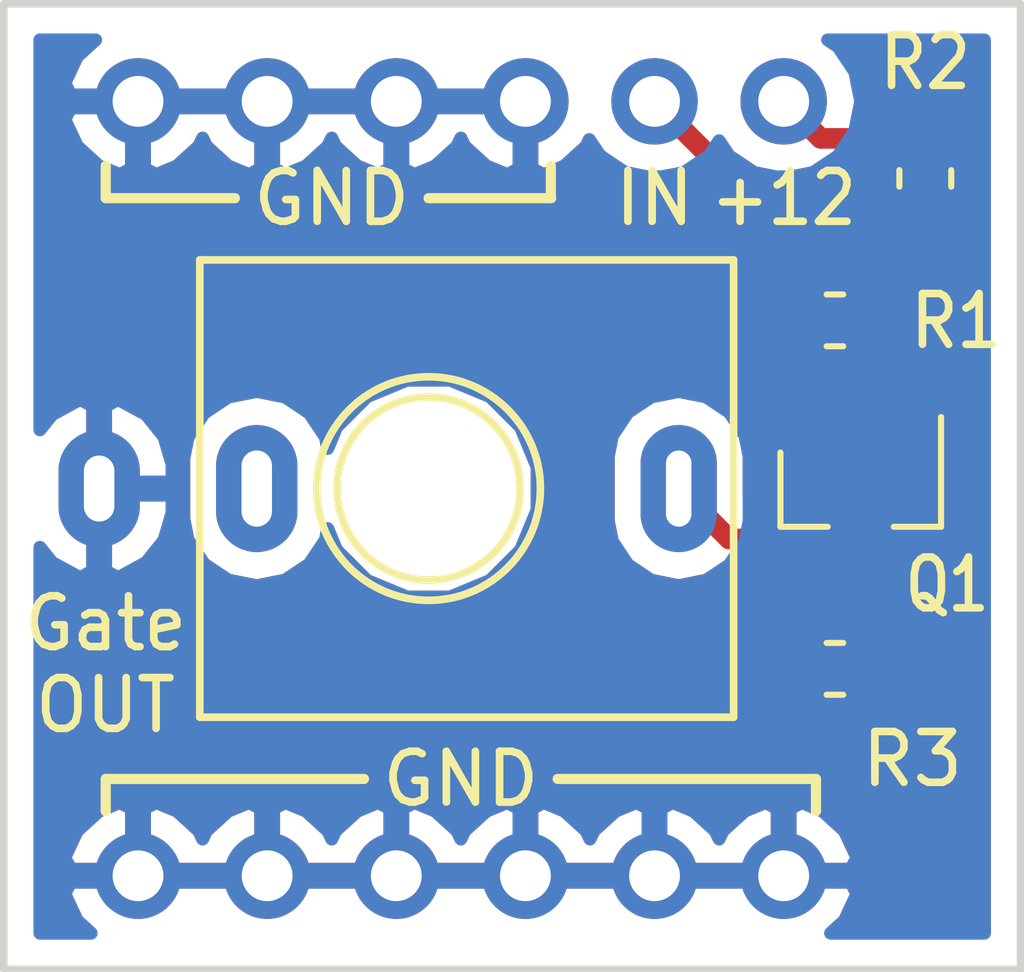
<source format=kicad_pcb>
(kicad_pcb (version 20171130) (host pcbnew "(5.0.0-3-g5ebb6b6)")

  (general
    (thickness 1.6)
    (drawings 17)
    (tracks 17)
    (zones 0)
    (modules 7)
    (nets 7)
  )

  (page A4)
  (layers
    (0 F.Cu signal)
    (31 B.Cu signal)
    (32 B.Adhes user)
    (33 F.Adhes user)
    (34 B.Paste user)
    (35 F.Paste user)
    (36 B.SilkS user)
    (37 F.SilkS user)
    (38 B.Mask user)
    (39 F.Mask user)
    (40 Dwgs.User user)
    (41 Cmts.User user)
    (42 Eco1.User user)
    (43 Eco2.User user)
    (44 Edge.Cuts user)
    (45 Margin user)
    (46 B.CrtYd user hide)
    (47 F.CrtYd user hide)
    (48 B.Fab user hide)
    (49 F.Fab user hide)
  )

  (setup
    (last_trace_width 0.1524)
    (user_trace_width 0.1524)
    (user_trace_width 0.254)
    (user_trace_width 0.4064)
    (user_trace_width 0.635)
    (trace_clearance 0.1524)
    (zone_clearance 0.508)
    (zone_45_only no)
    (trace_min 0.1524)
    (segment_width 0.2)
    (edge_width 0.15)
    (via_size 0.6858)
    (via_drill 0.3048)
    (via_min_size 0.6858)
    (via_min_drill 0.3048)
    (uvia_size 0.3048)
    (uvia_drill 0.1524)
    (uvias_allowed no)
    (uvia_min_size 0.2)
    (uvia_min_drill 0.1)
    (pcb_text_width 0.3)
    (pcb_text_size 1.5 1.5)
    (mod_edge_width 0.15)
    (mod_text_size 1 1)
    (mod_text_width 0.15)
    (pad_size 1.524 1.524)
    (pad_drill 0.762)
    (pad_to_mask_clearance 0.2)
    (aux_axis_origin 0 0)
    (visible_elements FFFFFF7F)
    (pcbplotparams
      (layerselection 0x010fc_ffffffff)
      (usegerberextensions false)
      (usegerberattributes false)
      (usegerberadvancedattributes false)
      (creategerberjobfile false)
      (excludeedgelayer true)
      (linewidth 0.100000)
      (plotframeref false)
      (viasonmask false)
      (mode 1)
      (useauxorigin false)
      (hpglpennumber 1)
      (hpglpenspeed 20)
      (hpglpendiameter 15.000000)
      (psnegative false)
      (psa4output false)
      (plotreference true)
      (plotvalue true)
      (plotinvisibletext false)
      (padsonsilk false)
      (subtractmaskfromsilk false)
      (outputformat 1)
      (mirror false)
      (drillshape 1)
      (scaleselection 1)
      (outputdirectory ""))
  )

  (net 0 "")
  (net 1 GND)
  (net 2 "Net-(J1-PadT)")
  (net 3 IN)
  (net 4 +12V)
  (net 5 "Net-(Q1-Pad1)")
  (net 6 "Net-(J1-PadTN)")

  (net_class Default "This is the default net class."
    (clearance 0.1524)
    (trace_width 0.1524)
    (via_dia 0.6858)
    (via_drill 0.3048)
    (uvia_dia 0.3048)
    (uvia_drill 0.1524)
    (diff_pair_gap 0.1524)
    (diff_pair_width 0.1524)
    (add_net +12V)
    (add_net GND)
    (add_net IN)
    (add_net "Net-(J1-PadT)")
    (add_net "Net-(J1-PadTN)")
    (add_net "Net-(Q1-Pad1)")
  )

  (module Connector_PinHeader_2.54mm:PinHeader_1x06_P2.54mm_Vertical (layer B.Cu) (tedit 5FCC134D) (tstamp 5FCAB6E1)
    (at 116.34 73.16 90)
    (descr "Through hole straight pin header, 1x06, 2.54mm pitch, single row")
    (tags "Through hole pin header THT 1x06 2.54mm single row")
    (path /5FC933AD)
    (fp_text reference J2 (at 0 2.33 90) (layer B.SilkS) hide
      (effects (font (size 1 1) (thickness 0.15)) (justify mirror))
    )
    (fp_text value GND (at 0 -15.03 90) (layer B.Fab)
      (effects (font (size 1 1) (thickness 0.15)) (justify mirror))
    )
    (fp_line (start -0.635 1.27) (end 1.27 1.27) (layer B.Fab) (width 0.1))
    (fp_line (start 1.27 1.27) (end 1.27 -13.97) (layer B.Fab) (width 0.1))
    (fp_line (start 1.27 -13.97) (end -1.27 -13.97) (layer B.Fab) (width 0.1))
    (fp_line (start -1.27 -13.97) (end -1.27 0.635) (layer B.Fab) (width 0.1))
    (fp_line (start -1.27 0.635) (end -0.635 1.27) (layer B.Fab) (width 0.1))
    (fp_line (start -1.8 1.8) (end -1.8 -14.5) (layer B.CrtYd) (width 0.05))
    (fp_line (start -1.8 -14.5) (end 1.8 -14.5) (layer B.CrtYd) (width 0.05))
    (fp_line (start 1.8 -14.5) (end 1.8 1.8) (layer B.CrtYd) (width 0.05))
    (fp_line (start 1.8 1.8) (end -1.8 1.8) (layer B.CrtYd) (width 0.05))
    (fp_text user %R (at 0 -6.35) (layer B.Fab)
      (effects (font (size 1 1) (thickness 0.15)) (justify mirror))
    )
    (pad 1 thru_hole oval (at 0 0 90) (size 1.7 1.7) (drill 1) (layers *.Cu *.Mask)
      (net 1 GND))
    (pad 2 thru_hole oval (at 0 -2.54 90) (size 1.7 1.7) (drill 1) (layers *.Cu *.Mask)
      (net 1 GND))
    (pad 3 thru_hole oval (at 0 -5.08 90) (size 1.7 1.7) (drill 1) (layers *.Cu *.Mask)
      (net 1 GND))
    (pad 4 thru_hole oval (at 0 -7.62 90) (size 1.7 1.7) (drill 1) (layers *.Cu *.Mask)
      (net 1 GND))
    (pad 5 thru_hole oval (at 0 -10.16 90) (size 1.7 1.7) (drill 1) (layers *.Cu *.Mask)
      (net 1 GND))
    (pad 6 thru_hole oval (at 0 -12.7 90) (size 1.7 1.7) (drill 1) (layers *.Cu *.Mask)
      (net 1 GND))
    (model ${KISYS3DMOD}/Connector_PinHeader_2.54mm.3dshapes/PinHeader_1x06_P2.54mm_Vertical.wrl
      (at (xyz 0 0 0))
      (scale (xyz 1 1 1))
      (rotate (xyz 0 0 0))
    )
  )

  (module Connector_PinHeader_2.54mm:PinHeader_1x06_P2.54mm_Vertical (layer B.Cu) (tedit 5FCC1326) (tstamp 5FCAB6FA)
    (at 116.34 57.92 90)
    (descr "Through hole straight pin header, 1x06, 2.54mm pitch, single row")
    (tags "Through hole pin header THT 1x06 2.54mm single row")
    (path /5FCAF962)
    (fp_text reference J3 (at 0 2.33 90) (layer B.SilkS) hide
      (effects (font (size 1 1) (thickness 0.15)) (justify mirror))
    )
    (fp_text value IN (at 0 -15.03 90) (layer B.Fab)
      (effects (font (size 1 1) (thickness 0.15)) (justify mirror))
    )
    (fp_text user %R (at 0 -6.35) (layer B.Fab)
      (effects (font (size 1 1) (thickness 0.15)) (justify mirror))
    )
    (fp_line (start 1.8 1.8) (end -1.8 1.8) (layer B.CrtYd) (width 0.05))
    (fp_line (start 1.8 -14.5) (end 1.8 1.8) (layer B.CrtYd) (width 0.05))
    (fp_line (start -1.8 -14.5) (end 1.8 -14.5) (layer B.CrtYd) (width 0.05))
    (fp_line (start -1.8 1.8) (end -1.8 -14.5) (layer B.CrtYd) (width 0.05))
    (fp_line (start -1.27 0.635) (end -0.635 1.27) (layer B.Fab) (width 0.1))
    (fp_line (start -1.27 -13.97) (end -1.27 0.635) (layer B.Fab) (width 0.1))
    (fp_line (start 1.27 -13.97) (end -1.27 -13.97) (layer B.Fab) (width 0.1))
    (fp_line (start 1.27 1.27) (end 1.27 -13.97) (layer B.Fab) (width 0.1))
    (fp_line (start -0.635 1.27) (end 1.27 1.27) (layer B.Fab) (width 0.1))
    (pad 6 thru_hole oval (at 0 -12.7 90) (size 1.7 1.7) (drill 1) (layers *.Cu *.Mask)
      (net 1 GND))
    (pad 5 thru_hole oval (at 0 -10.16 90) (size 1.7 1.7) (drill 1) (layers *.Cu *.Mask)
      (net 1 GND))
    (pad 4 thru_hole oval (at 0 -7.62 90) (size 1.7 1.7) (drill 1) (layers *.Cu *.Mask)
      (net 1 GND))
    (pad 3 thru_hole oval (at 0 -5.08 90) (size 1.7 1.7) (drill 1) (layers *.Cu *.Mask)
      (net 1 GND))
    (pad 2 thru_hole oval (at 0 -2.54 90) (size 1.7 1.7) (drill 1) (layers *.Cu *.Mask)
      (net 3 IN))
    (pad 1 thru_hole oval (at 0 0 90) (size 1.7 1.7) (drill 1) (layers *.Cu *.Mask)
      (net 4 +12V))
    (model ${KISYS3DMOD}/Connector_PinHeader_2.54mm.3dshapes/PinHeader_1x06_P2.54mm_Vertical.wrl
      (at (xyz 0 0 0))
      (scale (xyz 1 1 1))
      (rotate (xyz 0 0 0))
    )
  )

  (module Connector_Thonk:ThonkiconnJack (layer F.Cu) (tedit 5FC94102) (tstamp 5FCA18D8)
    (at 109.355 65.54 270)
    (path /5FC82E98)
    (fp_text reference J1 (at 0 -7.5 270) (layer F.SilkS) hide
      (effects (font (size 1 1) (thickness 0.15)))
    )
    (fp_text value OUT (at 0 9.3 270) (layer F.Fab)
      (effects (font (size 1 1) (thickness 0.15)))
    )
    (fp_circle (center 0 0) (end 2.2 0) (layer F.SilkS) (width 0.15))
    (fp_line (start -4.5 4.5) (end 4.5 4.5) (layer F.SilkS) (width 0.15))
    (fp_line (start 4.5 -6) (end 4.5 4.5) (layer F.SilkS) (width 0.15))
    (fp_line (start -4.5 -6) (end -4.5 4.5) (layer F.SilkS) (width 0.15))
    (fp_line (start -4.5 -6) (end 4.5 -6) (layer F.SilkS) (width 0.15))
    (fp_circle (center 0 0) (end 1.8 0) (layer F.SilkS) (width 0.15))
    (pad S thru_hole oval (at 0 6.48 270) (size 2.3 1.6) (drill oval 1.3 0.6) (layers *.Cu *.Mask)
      (net 1 GND))
    (pad TN thru_hole oval (at 0 3.38 270) (size 2.5 1.6) (drill oval 1.5 0.6) (layers *.Cu *.Mask)
      (net 6 "Net-(J1-PadTN)"))
    (pad T thru_hole oval (at 0 -4.92 270) (size 2.5 1.5) (drill oval 1.5 0.5) (layers *.Cu *.Mask)
      (net 2 "Net-(J1-PadT)"))
    (pad "" np_thru_hole circle (at 0 0 270) (size 3 3) (drill 3) (layers *.Cu *.Mask))
  )

  (module Resistor_SMD:R_0603_1608Metric (layer F.Cu) (tedit 5FCAA611) (tstamp 5FCAC3A3)
    (at 117.348 62.23 180)
    (descr "Resistor SMD 0603 (1608 Metric), square (rectangular) end terminal, IPC_7351 nominal, (Body size source: http://www.tortai-tech.com/upload/download/2011102023233369053.pdf), generated with kicad-footprint-generator")
    (tags resistor)
    (path /5FD295C4)
    (attr smd)
    (fp_text reference R1 (at -2.386 -0.016) (layer F.SilkS)
      (effects (font (size 1 0.9) (thickness 0.15)))
    )
    (fp_text value 10k (at 0 1.43 180) (layer F.Fab)
      (effects (font (size 1 1) (thickness 0.15)))
    )
    (fp_line (start -0.8 0.4) (end -0.8 -0.4) (layer F.Fab) (width 0.1))
    (fp_line (start -0.8 -0.4) (end 0.8 -0.4) (layer F.Fab) (width 0.1))
    (fp_line (start 0.8 -0.4) (end 0.8 0.4) (layer F.Fab) (width 0.1))
    (fp_line (start 0.8 0.4) (end -0.8 0.4) (layer F.Fab) (width 0.1))
    (fp_line (start -0.162779 -0.51) (end 0.162779 -0.51) (layer F.SilkS) (width 0.12))
    (fp_line (start -0.162779 0.51) (end 0.162779 0.51) (layer F.SilkS) (width 0.12))
    (fp_line (start -1.48 0.73) (end -1.48 -0.73) (layer F.CrtYd) (width 0.05))
    (fp_line (start -1.48 -0.73) (end 1.48 -0.73) (layer F.CrtYd) (width 0.05))
    (fp_line (start 1.48 -0.73) (end 1.48 0.73) (layer F.CrtYd) (width 0.05))
    (fp_line (start 1.48 0.73) (end -1.48 0.73) (layer F.CrtYd) (width 0.05))
    (fp_text user %R (at 0 0 180) (layer F.Fab)
      (effects (font (size 0.4 0.4) (thickness 0.06)))
    )
    (pad 1 smd roundrect (at -0.7875 0 180) (size 0.875 0.95) (layers F.Cu F.Paste F.Mask) (roundrect_rratio 0.25)
      (net 5 "Net-(Q1-Pad1)"))
    (pad 2 smd roundrect (at 0.7875 0 180) (size 0.875 0.95) (layers F.Cu F.Paste F.Mask) (roundrect_rratio 0.25)
      (net 3 IN))
    (model ${KISYS3DMOD}/Resistor_SMD.3dshapes/R_0603_1608Metric.wrl
      (at (xyz 0 0 0))
      (scale (xyz 1 1 1))
      (rotate (xyz 0 0 0))
    )
  )

  (module Resistor_SMD:R_0603_1608Metric (layer F.Cu) (tedit 5FCAA619) (tstamp 5FCAC373)
    (at 119.126 59.436 270)
    (descr "Resistor SMD 0603 (1608 Metric), square (rectangular) end terminal, IPC_7351 nominal, (Body size source: http://www.tortai-tech.com/upload/download/2011102023233369053.pdf), generated with kicad-footprint-generator")
    (tags resistor)
    (path /5FC9316D)
    (attr smd)
    (fp_text reference R2 (at -2.286 0) (layer F.SilkS)
      (effects (font (size 1 0.9) (thickness 0.15)))
    )
    (fp_text value 4.7k (at 0 1.43 270) (layer F.Fab)
      (effects (font (size 1 1) (thickness 0.15)))
    )
    (fp_text user %R (at 0 0 270) (layer F.Fab)
      (effects (font (size 0.4 0.4) (thickness 0.06)))
    )
    (fp_line (start 1.48 0.73) (end -1.48 0.73) (layer F.CrtYd) (width 0.05))
    (fp_line (start 1.48 -0.73) (end 1.48 0.73) (layer F.CrtYd) (width 0.05))
    (fp_line (start -1.48 -0.73) (end 1.48 -0.73) (layer F.CrtYd) (width 0.05))
    (fp_line (start -1.48 0.73) (end -1.48 -0.73) (layer F.CrtYd) (width 0.05))
    (fp_line (start -0.162779 0.51) (end 0.162779 0.51) (layer F.SilkS) (width 0.12))
    (fp_line (start -0.162779 -0.51) (end 0.162779 -0.51) (layer F.SilkS) (width 0.12))
    (fp_line (start 0.8 0.4) (end -0.8 0.4) (layer F.Fab) (width 0.1))
    (fp_line (start 0.8 -0.4) (end 0.8 0.4) (layer F.Fab) (width 0.1))
    (fp_line (start -0.8 -0.4) (end 0.8 -0.4) (layer F.Fab) (width 0.1))
    (fp_line (start -0.8 0.4) (end -0.8 -0.4) (layer F.Fab) (width 0.1))
    (pad 2 smd roundrect (at 0.7875 0 270) (size 0.875 0.95) (layers F.Cu F.Paste F.Mask) (roundrect_rratio 0.25)
      (net 2 "Net-(J1-PadT)"))
    (pad 1 smd roundrect (at -0.7875 0 270) (size 0.875 0.95) (layers F.Cu F.Paste F.Mask) (roundrect_rratio 0.25)
      (net 4 +12V))
    (model ${KISYS3DMOD}/Resistor_SMD.3dshapes/R_0603_1608Metric.wrl
      (at (xyz 0 0 0))
      (scale (xyz 1 1 1))
      (rotate (xyz 0 0 0))
    )
  )

  (module Resistor_SMD:R_0603_1608Metric (layer F.Cu) (tedit 5B301BBD) (tstamp 5FCA2587)
    (at 117.348 69.088 180)
    (descr "Resistor SMD 0603 (1608 Metric), square (rectangular) end terminal, IPC_7351 nominal, (Body size source: http://www.tortai-tech.com/upload/download/2011102023233369053.pdf), generated with kicad-footprint-generator")
    (tags resistor)
    (path /5FD29F91)
    (attr smd)
    (fp_text reference R3 (at -1.524 -1.778) (layer F.SilkS)
      (effects (font (size 1 1) (thickness 0.15)))
    )
    (fp_text value 3.3k (at 0 1.43 180) (layer F.Fab)
      (effects (font (size 1 1) (thickness 0.15)))
    )
    (fp_line (start -0.8 0.4) (end -0.8 -0.4) (layer F.Fab) (width 0.1))
    (fp_line (start -0.8 -0.4) (end 0.8 -0.4) (layer F.Fab) (width 0.1))
    (fp_line (start 0.8 -0.4) (end 0.8 0.4) (layer F.Fab) (width 0.1))
    (fp_line (start 0.8 0.4) (end -0.8 0.4) (layer F.Fab) (width 0.1))
    (fp_line (start -0.162779 -0.51) (end 0.162779 -0.51) (layer F.SilkS) (width 0.12))
    (fp_line (start -0.162779 0.51) (end 0.162779 0.51) (layer F.SilkS) (width 0.12))
    (fp_line (start -1.48 0.73) (end -1.48 -0.73) (layer F.CrtYd) (width 0.05))
    (fp_line (start -1.48 -0.73) (end 1.48 -0.73) (layer F.CrtYd) (width 0.05))
    (fp_line (start 1.48 -0.73) (end 1.48 0.73) (layer F.CrtYd) (width 0.05))
    (fp_line (start 1.48 0.73) (end -1.48 0.73) (layer F.CrtYd) (width 0.05))
    (fp_text user %R (at 0 0 180) (layer F.Fab)
      (effects (font (size 0.4 0.4) (thickness 0.06)))
    )
    (pad 1 smd roundrect (at -0.7875 0 180) (size 0.875 0.95) (layers F.Cu F.Paste F.Mask) (roundrect_rratio 0.25)
      (net 2 "Net-(J1-PadT)"))
    (pad 2 smd roundrect (at 0.7875 0 180) (size 0.875 0.95) (layers F.Cu F.Paste F.Mask) (roundrect_rratio 0.25)
      (net 1 GND))
    (model ${KISYS3DMOD}/Resistor_SMD.3dshapes/R_0603_1608Metric.wrl
      (at (xyz 0 0 0))
      (scale (xyz 1 1 1))
      (rotate (xyz 0 0 0))
    )
  )

  (module Package_TO_SOT_SMD:SOT-23 (layer F.Cu) (tedit 5FCAA61D) (tstamp 5FCAC558)
    (at 117.856 65.532 270)
    (descr "SOT-23, Standard")
    (tags SOT-23)
    (path /5FCAD2ED)
    (attr smd)
    (fp_text reference Q1 (at 1.9 -1.7) (layer F.SilkS)
      (effects (font (size 1 0.8) (thickness 0.15)))
    )
    (fp_text value MMBT3904 (at 0 2.5 270) (layer F.Fab)
      (effects (font (size 1 1) (thickness 0.15)))
    )
    (fp_text user %R (at 0 0) (layer F.Fab)
      (effects (font (size 0.5 0.5) (thickness 0.075)))
    )
    (fp_line (start -0.7 -0.95) (end -0.7 1.5) (layer F.Fab) (width 0.1))
    (fp_line (start -0.15 -1.52) (end 0.7 -1.52) (layer F.Fab) (width 0.1))
    (fp_line (start -0.7 -0.95) (end -0.15 -1.52) (layer F.Fab) (width 0.1))
    (fp_line (start 0.7 -1.52) (end 0.7 1.52) (layer F.Fab) (width 0.1))
    (fp_line (start -0.7 1.52) (end 0.7 1.52) (layer F.Fab) (width 0.1))
    (fp_line (start 0.76 1.58) (end 0.76 0.65) (layer F.SilkS) (width 0.12))
    (fp_line (start 0.76 -1.58) (end 0.76 -0.65) (layer F.SilkS) (width 0.12))
    (fp_line (start -1.7 -1.75) (end 1.7 -1.75) (layer F.CrtYd) (width 0.05))
    (fp_line (start 1.7 -1.75) (end 1.7 1.75) (layer F.CrtYd) (width 0.05))
    (fp_line (start 1.7 1.75) (end -1.7 1.75) (layer F.CrtYd) (width 0.05))
    (fp_line (start -1.7 1.75) (end -1.7 -1.75) (layer F.CrtYd) (width 0.05))
    (fp_line (start 0.76 -1.58) (end -1.4 -1.58) (layer F.SilkS) (width 0.12))
    (fp_line (start 0.76 1.58) (end -0.7 1.58) (layer F.SilkS) (width 0.12))
    (pad 1 smd rect (at -1 -0.95 270) (size 0.9 0.8) (layers F.Cu F.Paste F.Mask)
      (net 5 "Net-(Q1-Pad1)"))
    (pad 2 smd rect (at -1 0.95 270) (size 0.9 0.8) (layers F.Cu F.Paste F.Mask)
      (net 1 GND))
    (pad 3 smd rect (at 1 0 270) (size 0.9 0.8) (layers F.Cu F.Paste F.Mask)
      (net 2 "Net-(J1-PadT)"))
    (model ${KISYS3DMOD}/Package_TO_SOT_SMD.3dshapes/SOT-23.wrl
      (at (xyz 0 0 0))
      (scale (xyz 1 1 1))
      (rotate (xyz 0 0 0))
    )
  )

  (gr_text +12 (at 116.34 59.825) (layer F.SilkS) (tstamp 5FD294A4)
    (effects (font (size 1 0.9) (thickness 0.15)))
  )
  (gr_line (start 111.76 59.825) (end 111.76 59.19) (layer F.SilkS) (width 0.2))
  (gr_line (start 109.355 59.825) (end 111.768 59.825) (layer F.SilkS) (width 0.2))
  (gr_text "Gate\nOUT" (at 103 69) (layer F.SilkS) (tstamp 5FC9695F)
    (effects (font (size 1 0.95) (thickness 0.15)))
  )
  (gr_line (start 101 56) (end 101 75) (layer Edge.Cuts) (width 0.15))
  (gr_line (start 121 56) (end 101 56) (layer Edge.Cuts) (width 0.15))
  (gr_line (start 121 75) (end 121 56) (layer Edge.Cuts) (width 0.15))
  (gr_line (start 101 75) (end 121 75) (layer Edge.Cuts) (width 0.15))
  (gr_line (start 116.975 71.255) (end 116.975 71.89) (layer F.SilkS) (width 0.2))
  (gr_line (start 111.895 71.255) (end 116.975 71.255) (layer F.SilkS) (width 0.2))
  (gr_line (start 103.005 71.255) (end 108.085 71.255) (layer F.SilkS) (width 0.2))
  (gr_line (start 103.005 71.89) (end 103.005 71.255) (layer F.SilkS) (width 0.2))
  (gr_text GND (at 109.99 71.255) (layer F.SilkS) (tstamp 5FCA3176)
    (effects (font (size 1 1) (thickness 0.15)))
  )
  (gr_line (start 103.005 59.825) (end 105.545 59.825) (layer F.SilkS) (width 0.2))
  (gr_line (start 103.005 59.19) (end 103.005 59.825) (layer F.SilkS) (width 0.2))
  (gr_text GND (at 107.45 59.825) (layer F.SilkS) (tstamp 5FCA316C)
    (effects (font (size 1 1) (thickness 0.15)))
  )
  (gr_text IN (at 113.8 59.825) (layer F.SilkS)
    (effects (font (size 1 1) (thickness 0.15)))
  )

  (segment (start 115.267 66.532) (end 114.275 65.54) (width 0.4064) (layer F.Cu) (net 2))
  (segment (start 117.856 66.532) (end 115.267 66.532) (width 0.4064) (layer F.Cu) (net 2))
  (segment (start 118.597112 68.626388) (end 118.1355 69.088) (width 0.4064) (layer F.Cu) (net 2))
  (segment (start 120.04 67.1835) (end 118.597112 68.626388) (width 0.4064) (layer F.Cu) (net 2))
  (segment (start 119.126 60.761) (end 120.04 61.675) (width 0.4064) (layer F.Cu) (net 2))
  (segment (start 120.04 61.675) (end 120.04 67.1835) (width 0.4064) (layer F.Cu) (net 2))
  (segment (start 119.126 60.2235) (end 119.126 60.761) (width 0.4064) (layer F.Cu) (net 2))
  (segment (start 118.03 68.9825) (end 118.1355 69.088) (width 0.4064) (layer F.Cu) (net 2))
  (segment (start 118.03 66.706) (end 118.03 68.9825) (width 0.4064) (layer F.Cu) (net 2))
  (segment (start 117.856 66.532) (end 118.03 66.706) (width 0.4064) (layer F.Cu) (net 2))
  (segment (start 116.5605 60.6805) (end 113.8 57.92) (width 0.4064) (layer F.Cu) (net 3))
  (segment (start 116.5605 62.23) (end 116.5605 60.6805) (width 0.4064) (layer F.Cu) (net 3))
  (segment (start 117.0685 58.6485) (end 116.34 57.92) (width 0.4064) (layer F.Cu) (net 4))
  (segment (start 119.126 58.6485) (end 117.0685 58.6485) (width 0.4064) (layer F.Cu) (net 4))
  (segment (start 118.618 62.7125) (end 118.618 64.344) (width 0.4064) (layer F.Cu) (net 5))
  (segment (start 118.618 64.344) (end 118.806 64.532) (width 0.4064) (layer F.Cu) (net 5))
  (segment (start 118.1355 62.23) (end 118.618 62.7125) (width 0.4064) (layer F.Cu) (net 5))

  (zone (net 1) (net_name GND) (layer F.Cu) (tstamp 0) (hatch edge 0.508)
    (connect_pads (clearance 0.508))
    (min_thickness 0.254)
    (fill yes (arc_segments 16) (thermal_gap 0.508) (thermal_bridge_width 0.508))
    (polygon
      (pts
        (xy 101 56) (xy 121 56) (xy 121 75) (xy 101 75)
      )
    )
    (filled_polygon
      (pts
        (xy 102.444817 57.038642) (xy 102.198514 57.563108) (xy 102.319181 57.793) (xy 103.513 57.793) (xy 103.513 57.773)
        (xy 103.767 57.773) (xy 103.767 57.793) (xy 106.053 57.793) (xy 106.053 57.773) (xy 106.307 57.773)
        (xy 106.307 57.793) (xy 108.593 57.793) (xy 108.593 57.773) (xy 108.847 57.773) (xy 108.847 57.793)
        (xy 111.133 57.793) (xy 111.133 57.773) (xy 111.387 57.773) (xy 111.387 57.793) (xy 111.407 57.793)
        (xy 111.407 58.047) (xy 111.387 58.047) (xy 111.387 59.240155) (xy 111.61689 59.361476) (xy 112.026924 59.191645)
        (xy 112.455183 58.801358) (xy 112.516157 58.671522) (xy 112.729375 58.990625) (xy 113.220582 59.318839) (xy 113.653744 59.405)
        (xy 113.946256 59.405) (xy 114.074164 59.379558) (xy 115.722301 61.027695) (xy 115.722301 61.371678) (xy 115.541495 61.642273)
        (xy 115.47556 61.97375) (xy 115.47556 62.48625) (xy 115.541495 62.817727) (xy 115.729261 63.098739) (xy 116.010273 63.286505)
        (xy 116.34175 63.35244) (xy 116.77925 63.35244) (xy 117.110727 63.286505) (xy 117.348 63.127964) (xy 117.585273 63.286505)
        (xy 117.7798 63.325199) (xy 117.779801 63.657775) (xy 117.665699 63.543673) (xy 117.43231 63.447) (xy 117.19175 63.447)
        (xy 117.033 63.60575) (xy 117.033 64.405) (xy 117.053 64.405) (xy 117.053 64.659) (xy 117.033 64.659)
        (xy 117.033 65.45825) (xy 117.118531 65.543781) (xy 116.998191 65.624191) (xy 116.951679 65.6938) (xy 115.66 65.6938)
        (xy 115.66 64.903593) (xy 115.642925 64.81775) (xy 115.871 64.81775) (xy 115.871 65.108309) (xy 115.967673 65.341698)
        (xy 116.146301 65.520327) (xy 116.37969 65.617) (xy 116.62025 65.617) (xy 116.779 65.45825) (xy 116.779 64.659)
        (xy 116.02975 64.659) (xy 115.871 64.81775) (xy 115.642925 64.81775) (xy 115.579641 64.4996) (xy 115.273529 64.041471)
        (xy 115.145151 63.955691) (xy 115.871 63.955691) (xy 115.871 64.24625) (xy 116.02975 64.405) (xy 116.779 64.405)
        (xy 116.779 63.60575) (xy 116.62025 63.447) (xy 116.37969 63.447) (xy 116.146301 63.543673) (xy 115.967673 63.722302)
        (xy 115.871 63.955691) (xy 115.145151 63.955691) (xy 114.8154 63.735359) (xy 114.275 63.627867) (xy 113.734601 63.735359)
        (xy 113.276472 64.041471) (xy 112.970359 64.4996) (xy 112.89 64.903593) (xy 112.89 66.176406) (xy 112.970359 66.580399)
        (xy 113.276471 67.038528) (xy 113.7346 67.344641) (xy 114.275 67.452133) (xy 114.815399 67.344641) (xy 114.894941 67.291492)
        (xy 114.939951 67.321567) (xy 115.184446 67.3702) (xy 115.184451 67.3702) (xy 115.267 67.38662) (xy 115.349549 67.3702)
        (xy 116.951679 67.3702) (xy 116.998191 67.439809) (xy 117.1918 67.569176) (xy 117.191801 68.005956) (xy 117.124309 67.978)
        (xy 116.84625 67.978) (xy 116.6875 68.13675) (xy 116.6875 68.961) (xy 116.7075 68.961) (xy 116.7075 69.215)
        (xy 116.6875 69.215) (xy 116.6875 70.03925) (xy 116.84625 70.198) (xy 117.124309 70.198) (xy 117.357698 70.101327)
        (xy 117.422969 70.036057) (xy 117.585273 70.144505) (xy 117.91675 70.21044) (xy 118.35425 70.21044) (xy 118.685727 70.144505)
        (xy 118.966739 69.956739) (xy 119.154505 69.675727) (xy 119.22044 69.34425) (xy 119.22044 69.188453) (xy 120.29 68.118893)
        (xy 120.29 74.29) (xy 117.26235 74.29) (xy 117.535183 74.041358) (xy 117.781486 73.516892) (xy 117.660819 73.287)
        (xy 116.467 73.287) (xy 116.467 73.307) (xy 116.213 73.307) (xy 116.213 73.287) (xy 113.927 73.287)
        (xy 113.927 73.307) (xy 113.673 73.307) (xy 113.673 73.287) (xy 111.387 73.287) (xy 111.387 73.307)
        (xy 111.133 73.307) (xy 111.133 73.287) (xy 108.847 73.287) (xy 108.847 73.307) (xy 108.593 73.307)
        (xy 108.593 73.287) (xy 106.307 73.287) (xy 106.307 73.307) (xy 106.053 73.307) (xy 106.053 73.287)
        (xy 103.767 73.287) (xy 103.767 73.307) (xy 103.513 73.307) (xy 103.513 73.287) (xy 102.319181 73.287)
        (xy 102.198514 73.516892) (xy 102.444817 74.041358) (xy 102.71765 74.29) (xy 101.71 74.29) (xy 101.71 72.803108)
        (xy 102.198514 72.803108) (xy 102.319181 73.033) (xy 103.513 73.033) (xy 103.513 71.839845) (xy 103.767 71.839845)
        (xy 103.767 73.033) (xy 106.053 73.033) (xy 106.053 71.839845) (xy 106.307 71.839845) (xy 106.307 73.033)
        (xy 108.593 73.033) (xy 108.593 71.839845) (xy 108.847 71.839845) (xy 108.847 73.033) (xy 111.133 73.033)
        (xy 111.133 71.839845) (xy 111.387 71.839845) (xy 111.387 73.033) (xy 113.673 73.033) (xy 113.673 71.839845)
        (xy 113.927 71.839845) (xy 113.927 73.033) (xy 116.213 73.033) (xy 116.213 71.839845) (xy 116.467 71.839845)
        (xy 116.467 73.033) (xy 117.660819 73.033) (xy 117.781486 72.803108) (xy 117.535183 72.278642) (xy 117.106924 71.888355)
        (xy 116.69689 71.718524) (xy 116.467 71.839845) (xy 116.213 71.839845) (xy 115.98311 71.718524) (xy 115.573076 71.888355)
        (xy 115.144817 72.278642) (xy 115.07 72.437954) (xy 114.995183 72.278642) (xy 114.566924 71.888355) (xy 114.15689 71.718524)
        (xy 113.927 71.839845) (xy 113.673 71.839845) (xy 113.44311 71.718524) (xy 113.033076 71.888355) (xy 112.604817 72.278642)
        (xy 112.53 72.437954) (xy 112.455183 72.278642) (xy 112.026924 71.888355) (xy 111.61689 71.718524) (xy 111.387 71.839845)
        (xy 111.133 71.839845) (xy 110.90311 71.718524) (xy 110.493076 71.888355) (xy 110.064817 72.278642) (xy 109.99 72.437954)
        (xy 109.915183 72.278642) (xy 109.486924 71.888355) (xy 109.07689 71.718524) (xy 108.847 71.839845) (xy 108.593 71.839845)
        (xy 108.36311 71.718524) (xy 107.953076 71.888355) (xy 107.524817 72.278642) (xy 107.45 72.437954) (xy 107.375183 72.278642)
        (xy 106.946924 71.888355) (xy 106.53689 71.718524) (xy 106.307 71.839845) (xy 106.053 71.839845) (xy 105.82311 71.718524)
        (xy 105.413076 71.888355) (xy 104.984817 72.278642) (xy 104.91 72.437954) (xy 104.835183 72.278642) (xy 104.406924 71.888355)
        (xy 103.99689 71.718524) (xy 103.767 71.839845) (xy 103.513 71.839845) (xy 103.28311 71.718524) (xy 102.873076 71.888355)
        (xy 102.444817 72.278642) (xy 102.198514 72.803108) (xy 101.71 72.803108) (xy 101.71 69.37375) (xy 115.488 69.37375)
        (xy 115.488 69.68931) (xy 115.584673 69.922699) (xy 115.763302 70.101327) (xy 115.996691 70.198) (xy 116.27475 70.198)
        (xy 116.4335 70.03925) (xy 116.4335 69.215) (xy 115.64675 69.215) (xy 115.488 69.37375) (xy 101.71 69.37375)
        (xy 101.71 68.48669) (xy 115.488 68.48669) (xy 115.488 68.80225) (xy 115.64675 68.961) (xy 116.4335 68.961)
        (xy 116.4335 68.13675) (xy 116.27475 67.978) (xy 115.996691 67.978) (xy 115.763302 68.074673) (xy 115.584673 68.253301)
        (xy 115.488 68.48669) (xy 101.71 68.48669) (xy 101.71 66.695952) (xy 101.950104 66.9945) (xy 102.443181 67.264367)
        (xy 102.525961 67.281904) (xy 102.748 67.159915) (xy 102.748 65.667) (xy 103.002 65.667) (xy 103.002 67.159915)
        (xy 103.224039 67.281904) (xy 103.306819 67.264367) (xy 103.799896 66.9945) (xy 104.152166 66.556483) (xy 104.31 66.017)
        (xy 104.31 65.667) (xy 103.002 65.667) (xy 102.748 65.667) (xy 102.728 65.667) (xy 102.728 65.413)
        (xy 102.748 65.413) (xy 102.748 63.920085) (xy 103.002 63.920085) (xy 103.002 65.413) (xy 104.31 65.413)
        (xy 104.31 65.063) (xy 104.276551 64.948667) (xy 104.54 64.948667) (xy 104.54 66.131332) (xy 104.62326 66.549908)
        (xy 104.940423 67.024576) (xy 105.415091 67.34174) (xy 105.975 67.453113) (xy 106.534908 67.34174) (xy 107.009576 67.024577)
        (xy 107.32674 66.549909) (xy 107.370755 66.328632) (xy 107.545034 66.74938) (xy 108.14562 67.349966) (xy 108.930322 67.675)
        (xy 109.779678 67.675) (xy 110.56438 67.349966) (xy 111.164966 66.74938) (xy 111.49 65.964678) (xy 111.49 65.115322)
        (xy 111.164966 64.33062) (xy 110.56438 63.730034) (xy 109.779678 63.405) (xy 108.930322 63.405) (xy 108.14562 63.730034)
        (xy 107.545034 64.33062) (xy 107.370755 64.751368) (xy 107.32674 64.530091) (xy 107.009577 64.055423) (xy 106.534909 63.73826)
        (xy 105.975 63.626887) (xy 105.415092 63.73826) (xy 104.940424 64.055423) (xy 104.62326 64.530091) (xy 104.54 64.948667)
        (xy 104.276551 64.948667) (xy 104.152166 64.523517) (xy 103.799896 64.0855) (xy 103.306819 63.815633) (xy 103.224039 63.798096)
        (xy 103.002 63.920085) (xy 102.748 63.920085) (xy 102.525961 63.798096) (xy 102.443181 63.815633) (xy 101.950104 64.0855)
        (xy 101.71 64.384048) (xy 101.71 58.276892) (xy 102.198514 58.276892) (xy 102.444817 58.801358) (xy 102.873076 59.191645)
        (xy 103.28311 59.361476) (xy 103.513 59.240155) (xy 103.513 58.047) (xy 103.767 58.047) (xy 103.767 59.240155)
        (xy 103.99689 59.361476) (xy 104.406924 59.191645) (xy 104.835183 58.801358) (xy 104.91 58.642046) (xy 104.984817 58.801358)
        (xy 105.413076 59.191645) (xy 105.82311 59.361476) (xy 106.053 59.240155) (xy 106.053 58.047) (xy 106.307 58.047)
        (xy 106.307 59.240155) (xy 106.53689 59.361476) (xy 106.946924 59.191645) (xy 107.375183 58.801358) (xy 107.45 58.642046)
        (xy 107.524817 58.801358) (xy 107.953076 59.191645) (xy 108.36311 59.361476) (xy 108.593 59.240155) (xy 108.593 58.047)
        (xy 108.847 58.047) (xy 108.847 59.240155) (xy 109.07689 59.361476) (xy 109.486924 59.191645) (xy 109.915183 58.801358)
        (xy 109.99 58.642046) (xy 110.064817 58.801358) (xy 110.493076 59.191645) (xy 110.90311 59.361476) (xy 111.133 59.240155)
        (xy 111.133 58.047) (xy 108.847 58.047) (xy 108.593 58.047) (xy 106.307 58.047) (xy 106.053 58.047)
        (xy 103.767 58.047) (xy 103.513 58.047) (xy 102.319181 58.047) (xy 102.198514 58.276892) (xy 101.71 58.276892)
        (xy 101.71 56.71) (xy 102.805433 56.71)
      )
    )
  )
  (zone (net 1) (net_name GND) (layer B.Cu) (tstamp 0) (hatch edge 0.508)
    (connect_pads (clearance 0.508))
    (min_thickness 0.254)
    (fill yes (arc_segments 16) (thermal_gap 0.508) (thermal_bridge_width 0.508))
    (polygon
      (pts
        (xy 101 56) (xy 121 56) (xy 121 75) (xy 101 75)
      )
    )
    (filled_polygon
      (pts
        (xy 102.444817 57.038642) (xy 102.198514 57.563108) (xy 102.319181 57.793) (xy 103.513 57.793) (xy 103.513 57.773)
        (xy 103.767 57.773) (xy 103.767 57.793) (xy 106.053 57.793) (xy 106.053 57.773) (xy 106.307 57.773)
        (xy 106.307 57.793) (xy 108.593 57.793) (xy 108.593 57.773) (xy 108.847 57.773) (xy 108.847 57.793)
        (xy 111.133 57.793) (xy 111.133 57.773) (xy 111.387 57.773) (xy 111.387 57.793) (xy 111.407 57.793)
        (xy 111.407 58.047) (xy 111.387 58.047) (xy 111.387 59.240155) (xy 111.61689 59.361476) (xy 112.026924 59.191645)
        (xy 112.455183 58.801358) (xy 112.516157 58.671522) (xy 112.729375 58.990625) (xy 113.220582 59.318839) (xy 113.653744 59.405)
        (xy 113.946256 59.405) (xy 114.379418 59.318839) (xy 114.870625 58.990625) (xy 115.07 58.692239) (xy 115.269375 58.990625)
        (xy 115.760582 59.318839) (xy 116.193744 59.405) (xy 116.486256 59.405) (xy 116.919418 59.318839) (xy 117.410625 58.990625)
        (xy 117.738839 58.499418) (xy 117.854092 57.92) (xy 117.738839 57.340582) (xy 117.410625 56.849375) (xy 117.202036 56.71)
        (xy 120.290001 56.71) (xy 120.29 74.29) (xy 117.26235 74.29) (xy 117.535183 74.041358) (xy 117.781486 73.516892)
        (xy 117.660819 73.287) (xy 116.467 73.287) (xy 116.467 73.307) (xy 116.213 73.307) (xy 116.213 73.287)
        (xy 113.927 73.287) (xy 113.927 73.307) (xy 113.673 73.307) (xy 113.673 73.287) (xy 111.387 73.287)
        (xy 111.387 73.307) (xy 111.133 73.307) (xy 111.133 73.287) (xy 108.847 73.287) (xy 108.847 73.307)
        (xy 108.593 73.307) (xy 108.593 73.287) (xy 106.307 73.287) (xy 106.307 73.307) (xy 106.053 73.307)
        (xy 106.053 73.287) (xy 103.767 73.287) (xy 103.767 73.307) (xy 103.513 73.307) (xy 103.513 73.287)
        (xy 102.319181 73.287) (xy 102.198514 73.516892) (xy 102.444817 74.041358) (xy 102.71765 74.29) (xy 101.71 74.29)
        (xy 101.71 72.803108) (xy 102.198514 72.803108) (xy 102.319181 73.033) (xy 103.513 73.033) (xy 103.513 71.839845)
        (xy 103.767 71.839845) (xy 103.767 73.033) (xy 106.053 73.033) (xy 106.053 71.839845) (xy 106.307 71.839845)
        (xy 106.307 73.033) (xy 108.593 73.033) (xy 108.593 71.839845) (xy 108.847 71.839845) (xy 108.847 73.033)
        (xy 111.133 73.033) (xy 111.133 71.839845) (xy 111.387 71.839845) (xy 111.387 73.033) (xy 113.673 73.033)
        (xy 113.673 71.839845) (xy 113.927 71.839845) (xy 113.927 73.033) (xy 116.213 73.033) (xy 116.213 71.839845)
        (xy 116.467 71.839845) (xy 116.467 73.033) (xy 117.660819 73.033) (xy 117.781486 72.803108) (xy 117.535183 72.278642)
        (xy 117.106924 71.888355) (xy 116.69689 71.718524) (xy 116.467 71.839845) (xy 116.213 71.839845) (xy 115.98311 71.718524)
        (xy 115.573076 71.888355) (xy 115.144817 72.278642) (xy 115.07 72.437954) (xy 114.995183 72.278642) (xy 114.566924 71.888355)
        (xy 114.15689 71.718524) (xy 113.927 71.839845) (xy 113.673 71.839845) (xy 113.44311 71.718524) (xy 113.033076 71.888355)
        (xy 112.604817 72.278642) (xy 112.53 72.437954) (xy 112.455183 72.278642) (xy 112.026924 71.888355) (xy 111.61689 71.718524)
        (xy 111.387 71.839845) (xy 111.133 71.839845) (xy 110.90311 71.718524) (xy 110.493076 71.888355) (xy 110.064817 72.278642)
        (xy 109.99 72.437954) (xy 109.915183 72.278642) (xy 109.486924 71.888355) (xy 109.07689 71.718524) (xy 108.847 71.839845)
        (xy 108.593 71.839845) (xy 108.36311 71.718524) (xy 107.953076 71.888355) (xy 107.524817 72.278642) (xy 107.45 72.437954)
        (xy 107.375183 72.278642) (xy 106.946924 71.888355) (xy 106.53689 71.718524) (xy 106.307 71.839845) (xy 106.053 71.839845)
        (xy 105.82311 71.718524) (xy 105.413076 71.888355) (xy 104.984817 72.278642) (xy 104.91 72.437954) (xy 104.835183 72.278642)
        (xy 104.406924 71.888355) (xy 103.99689 71.718524) (xy 103.767 71.839845) (xy 103.513 71.839845) (xy 103.28311 71.718524)
        (xy 102.873076 71.888355) (xy 102.444817 72.278642) (xy 102.198514 72.803108) (xy 101.71 72.803108) (xy 101.71 66.695952)
        (xy 101.950104 66.9945) (xy 102.443181 67.264367) (xy 102.525961 67.281904) (xy 102.748 67.159915) (xy 102.748 65.667)
        (xy 103.002 65.667) (xy 103.002 67.159915) (xy 103.224039 67.281904) (xy 103.306819 67.264367) (xy 103.799896 66.9945)
        (xy 104.152166 66.556483) (xy 104.31 66.017) (xy 104.31 65.667) (xy 103.002 65.667) (xy 102.748 65.667)
        (xy 102.728 65.667) (xy 102.728 65.413) (xy 102.748 65.413) (xy 102.748 63.920085) (xy 103.002 63.920085)
        (xy 103.002 65.413) (xy 104.31 65.413) (xy 104.31 65.063) (xy 104.276551 64.948667) (xy 104.54 64.948667)
        (xy 104.54 66.131332) (xy 104.62326 66.549908) (xy 104.940423 67.024576) (xy 105.415091 67.34174) (xy 105.975 67.453113)
        (xy 106.534908 67.34174) (xy 107.009576 67.024577) (xy 107.32674 66.549909) (xy 107.370755 66.328632) (xy 107.545034 66.74938)
        (xy 108.14562 67.349966) (xy 108.930322 67.675) (xy 109.779678 67.675) (xy 110.56438 67.349966) (xy 111.164966 66.74938)
        (xy 111.49 65.964678) (xy 111.49 65.115322) (xy 111.4023 64.903593) (xy 112.89 64.903593) (xy 112.89 66.176406)
        (xy 112.970359 66.580399) (xy 113.276471 67.038528) (xy 113.7346 67.344641) (xy 114.275 67.452133) (xy 114.815399 67.344641)
        (xy 115.273528 67.038529) (xy 115.579641 66.5804) (xy 115.66 66.176407) (xy 115.66 64.903593) (xy 115.579641 64.4996)
        (xy 115.273529 64.041471) (xy 114.8154 63.735359) (xy 114.275 63.627867) (xy 113.734601 63.735359) (xy 113.276472 64.041471)
        (xy 112.970359 64.4996) (xy 112.89 64.903593) (xy 111.4023 64.903593) (xy 111.164966 64.33062) (xy 110.56438 63.730034)
        (xy 109.779678 63.405) (xy 108.930322 63.405) (xy 108.14562 63.730034) (xy 107.545034 64.33062) (xy 107.370755 64.751368)
        (xy 107.32674 64.530091) (xy 107.009577 64.055423) (xy 106.534909 63.73826) (xy 105.975 63.626887) (xy 105.415092 63.73826)
        (xy 104.940424 64.055423) (xy 104.62326 64.530091) (xy 104.54 64.948667) (xy 104.276551 64.948667) (xy 104.152166 64.523517)
        (xy 103.799896 64.0855) (xy 103.306819 63.815633) (xy 103.224039 63.798096) (xy 103.002 63.920085) (xy 102.748 63.920085)
        (xy 102.525961 63.798096) (xy 102.443181 63.815633) (xy 101.950104 64.0855) (xy 101.71 64.384048) (xy 101.71 58.276892)
        (xy 102.198514 58.276892) (xy 102.444817 58.801358) (xy 102.873076 59.191645) (xy 103.28311 59.361476) (xy 103.513 59.240155)
        (xy 103.513 58.047) (xy 103.767 58.047) (xy 103.767 59.240155) (xy 103.99689 59.361476) (xy 104.406924 59.191645)
        (xy 104.835183 58.801358) (xy 104.91 58.642046) (xy 104.984817 58.801358) (xy 105.413076 59.191645) (xy 105.82311 59.361476)
        (xy 106.053 59.240155) (xy 106.053 58.047) (xy 106.307 58.047) (xy 106.307 59.240155) (xy 106.53689 59.361476)
        (xy 106.946924 59.191645) (xy 107.375183 58.801358) (xy 107.45 58.642046) (xy 107.524817 58.801358) (xy 107.953076 59.191645)
        (xy 108.36311 59.361476) (xy 108.593 59.240155) (xy 108.593 58.047) (xy 108.847 58.047) (xy 108.847 59.240155)
        (xy 109.07689 59.361476) (xy 109.486924 59.191645) (xy 109.915183 58.801358) (xy 109.99 58.642046) (xy 110.064817 58.801358)
        (xy 110.493076 59.191645) (xy 110.90311 59.361476) (xy 111.133 59.240155) (xy 111.133 58.047) (xy 108.847 58.047)
        (xy 108.593 58.047) (xy 106.307 58.047) (xy 106.053 58.047) (xy 103.767 58.047) (xy 103.513 58.047)
        (xy 102.319181 58.047) (xy 102.198514 58.276892) (xy 101.71 58.276892) (xy 101.71 56.71) (xy 102.805433 56.71)
      )
    )
  )
)

</source>
